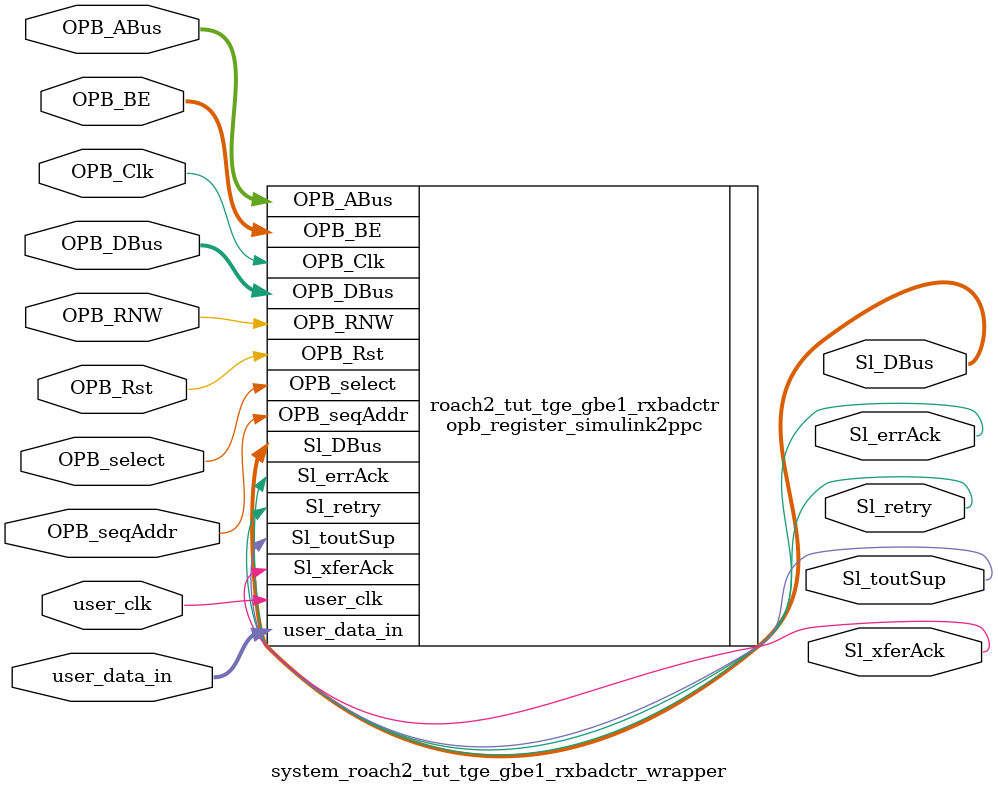
<source format=v>

module system_roach2_tut_tge_gbe1_rxbadctr_wrapper
  (
    OPB_Clk,
    OPB_Rst,
    Sl_DBus,
    Sl_errAck,
    Sl_retry,
    Sl_toutSup,
    Sl_xferAck,
    OPB_ABus,
    OPB_BE,
    OPB_DBus,
    OPB_RNW,
    OPB_select,
    OPB_seqAddr,
    user_data_in,
    user_clk
  );
  input OPB_Clk;
  input OPB_Rst;
  output [0:31] Sl_DBus;
  output Sl_errAck;
  output Sl_retry;
  output Sl_toutSup;
  output Sl_xferAck;
  input [0:31] OPB_ABus;
  input [0:3] OPB_BE;
  input [0:31] OPB_DBus;
  input OPB_RNW;
  input OPB_select;
  input OPB_seqAddr;
  input [31:0] user_data_in;
  input user_clk;

  opb_register_simulink2ppc
    #(
      .C_BASEADDR ( 32'h01088000 ),
      .C_HIGHADDR ( 32'h010880FF ),
      .C_OPB_AWIDTH ( 32 ),
      .C_OPB_DWIDTH ( 32 ),
      .C_FAMILY ( "virtex6" )
    )
    roach2_tut_tge_gbe1_rxbadctr (
      .OPB_Clk ( OPB_Clk ),
      .OPB_Rst ( OPB_Rst ),
      .Sl_DBus ( Sl_DBus ),
      .Sl_errAck ( Sl_errAck ),
      .Sl_retry ( Sl_retry ),
      .Sl_toutSup ( Sl_toutSup ),
      .Sl_xferAck ( Sl_xferAck ),
      .OPB_ABus ( OPB_ABus ),
      .OPB_BE ( OPB_BE ),
      .OPB_DBus ( OPB_DBus ),
      .OPB_RNW ( OPB_RNW ),
      .OPB_select ( OPB_select ),
      .OPB_seqAddr ( OPB_seqAddr ),
      .user_data_in ( user_data_in ),
      .user_clk ( user_clk )
    );

endmodule


</source>
